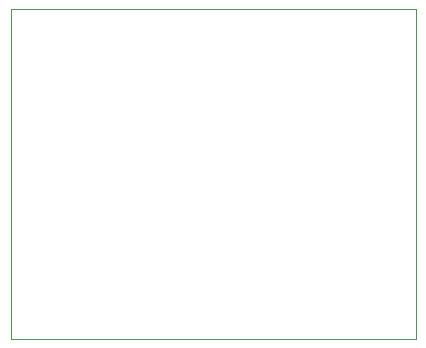
<source format=gbr>
%TF.GenerationSoftware,KiCad,Pcbnew,(6.0.8)*%
%TF.CreationDate,2023-06-05T07:52:39+02:00*%
%TF.ProjectId,SCS_dongle,5343535f-646f-46e6-976c-652e6b696361,rev?*%
%TF.SameCoordinates,Original*%
%TF.FileFunction,Profile,NP*%
%FSLAX46Y46*%
G04 Gerber Fmt 4.6, Leading zero omitted, Abs format (unit mm)*
G04 Created by KiCad (PCBNEW (6.0.8)) date 2023-06-05 07:52:39*
%MOMM*%
%LPD*%
G01*
G04 APERTURE LIST*
%TA.AperFunction,Profile*%
%ADD10C,0.100000*%
%TD*%
G04 APERTURE END LIST*
D10*
X142240000Y-71120000D02*
X176530000Y-71120000D01*
X176530000Y-71120000D02*
X176530000Y-99060000D01*
X176530000Y-99060000D02*
X142240000Y-99060000D01*
X142240000Y-99060000D02*
X142240000Y-71120000D01*
M02*

</source>
